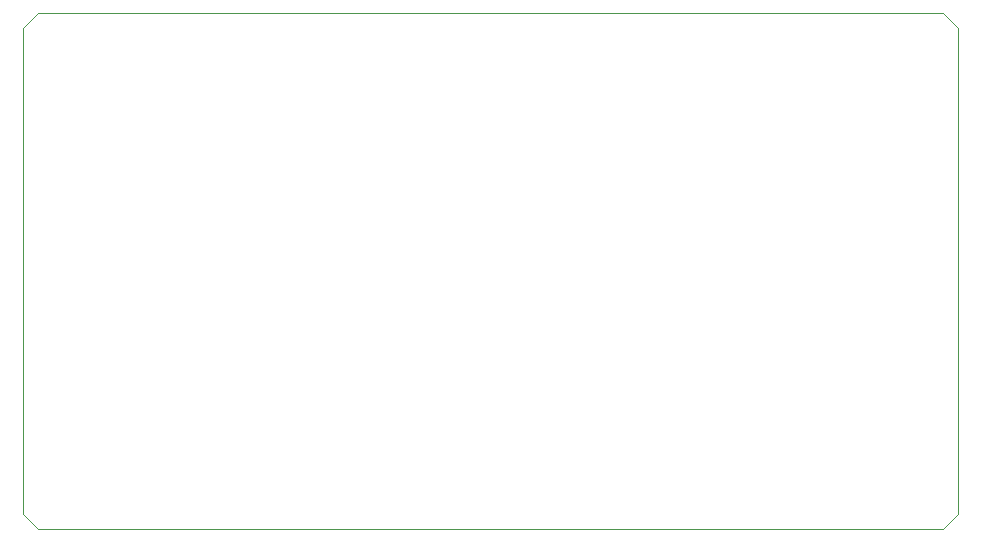
<source format=gko>
G04*
G04 #@! TF.GenerationSoftware,Altium Limited,Altium Designer,22.10.1 (41)*
G04*
G04 Layer_Color=32896*
%FSLAX44Y44*%
%MOMM*%
G71*
G04*
G04 #@! TF.SameCoordinates,7D2A880A-0552-440C-8A1C-2383AA23BDA6*
G04*
G04*
G04 #@! TF.FilePolarity,Positive*
G04*
G01*
G75*
%ADD54C,0.0000*%
D54*
X739140Y-39370D02*
X751840Y-26670D01*
X-26670Y-39370D02*
X739140Y-39370D01*
X-39370Y-26670D02*
X-26670Y-39370D01*
X-39370Y-26670D02*
Y384810D01*
X-26670Y397510D01*
X739140D01*
X751840Y384810D01*
X751840Y-26670D01*
M02*

</source>
